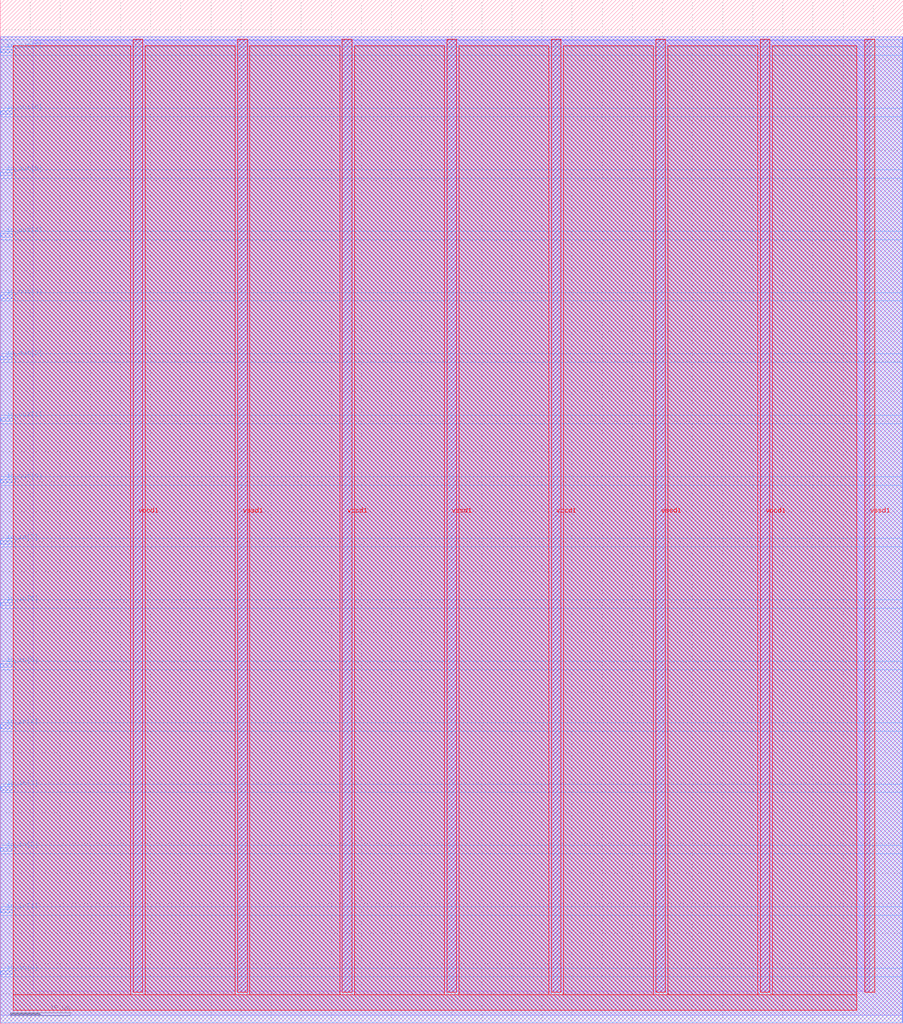
<source format=lef>
VERSION 5.7 ;
  NOWIREEXTENSIONATPIN ON ;
  DIVIDERCHAR "/" ;
  BUSBITCHARS "[]" ;
MACRO jmw95_top
  CLASS BLOCK ;
  FOREIGN jmw95_top ;
  ORIGIN 0.000 0.000 ;
  SIZE 150.000 BY 170.000 ;
  PIN io_in[0]
    DIRECTION INPUT ;
    USE SIGNAL ;
    PORT
      LAYER met3 ;
        RECT 0.000 8.200 2.000 8.800 ;
    END
  END io_in[0]
  PIN io_in[1]
    DIRECTION INPUT ;
    USE SIGNAL ;
    PORT
      LAYER met3 ;
        RECT 0.000 18.400 2.000 19.000 ;
    END
  END io_in[1]
  PIN io_in[2]
    DIRECTION INPUT ;
    USE SIGNAL ;
    PORT
      LAYER met3 ;
        RECT 0.000 28.600 2.000 29.200 ;
    END
  END io_in[2]
  PIN io_in[3]
    DIRECTION INPUT ;
    USE SIGNAL ;
    PORT
      LAYER met3 ;
        RECT 0.000 38.800 2.000 39.400 ;
    END
  END io_in[3]
  PIN io_in[4]
    DIRECTION INPUT ;
    USE SIGNAL ;
    PORT
      LAYER met3 ;
        RECT 0.000 49.000 2.000 49.600 ;
    END
  END io_in[4]
  PIN io_in[5]
    DIRECTION INPUT ;
    USE SIGNAL ;
    PORT
      LAYER met3 ;
        RECT 0.000 59.200 2.000 59.800 ;
    END
  END io_in[5]
  PIN io_in[6]
    DIRECTION INPUT ;
    USE SIGNAL ;
    PORT
      LAYER met3 ;
        RECT 0.000 69.400 2.000 70.000 ;
    END
  END io_in[6]
  PIN io_in[7]
    DIRECTION INPUT ;
    USE SIGNAL ;
    PORT
      LAYER met3 ;
        RECT 0.000 79.600 2.000 80.200 ;
    END
  END io_in[7]
  PIN io_out[0]
    DIRECTION OUTPUT TRISTATE ;
    USE SIGNAL ;
    PORT
      LAYER met3 ;
        RECT 0.000 89.800 2.000 90.400 ;
    END
  END io_out[0]
  PIN io_out[1]
    DIRECTION OUTPUT TRISTATE ;
    USE SIGNAL ;
    PORT
      LAYER met3 ;
        RECT 0.000 100.000 2.000 100.600 ;
    END
  END io_out[1]
  PIN io_out[2]
    DIRECTION OUTPUT TRISTATE ;
    USE SIGNAL ;
    PORT
      LAYER met3 ;
        RECT 0.000 110.200 2.000 110.800 ;
    END
  END io_out[2]
  PIN io_out[3]
    DIRECTION OUTPUT TRISTATE ;
    USE SIGNAL ;
    PORT
      LAYER met3 ;
        RECT 0.000 120.400 2.000 121.000 ;
    END
  END io_out[3]
  PIN io_out[4]
    DIRECTION OUTPUT TRISTATE ;
    USE SIGNAL ;
    PORT
      LAYER met3 ;
        RECT 0.000 130.600 2.000 131.200 ;
    END
  END io_out[4]
  PIN io_out[5]
    DIRECTION OUTPUT TRISTATE ;
    USE SIGNAL ;
    PORT
      LAYER met3 ;
        RECT 0.000 140.800 2.000 141.400 ;
    END
  END io_out[5]
  PIN io_out[6]
    DIRECTION OUTPUT TRISTATE ;
    USE SIGNAL ;
    PORT
      LAYER met3 ;
        RECT 0.000 151.000 2.000 151.600 ;
    END
  END io_out[6]
  PIN io_out[7]
    DIRECTION OUTPUT TRISTATE ;
    USE SIGNAL ;
    PORT
      LAYER met3 ;
        RECT 0.000 161.200 2.000 161.800 ;
    END
  END io_out[7]
  PIN vccd1
    DIRECTION INOUT ;
    USE POWER ;
    PORT
      LAYER met4 ;
        RECT 22.085 5.200 23.685 163.440 ;
    END
    PORT
      LAYER met4 ;
        RECT 56.815 5.200 58.415 163.440 ;
    END
    PORT
      LAYER met4 ;
        RECT 91.545 5.200 93.145 163.440 ;
    END
    PORT
      LAYER met4 ;
        RECT 126.275 5.200 127.875 163.440 ;
    END
  END vccd1
  PIN vssd1
    DIRECTION INOUT ;
    USE GROUND ;
    PORT
      LAYER met4 ;
        RECT 39.450 5.200 41.050 163.440 ;
    END
    PORT
      LAYER met4 ;
        RECT 74.180 5.200 75.780 163.440 ;
    END
    PORT
      LAYER met4 ;
        RECT 108.910 5.200 110.510 163.440 ;
    END
    PORT
      LAYER met4 ;
        RECT 143.640 5.200 145.240 163.440 ;
    END
  END vssd1
  OBS
      LAYER li1 ;
        RECT 5.520 5.355 144.440 163.285 ;
      LAYER met1 ;
        RECT 0.070 1.400 149.890 163.840 ;
      LAYER met2 ;
        RECT 0.090 0.155 149.870 163.870 ;
      LAYER met3 ;
        RECT 0.065 162.200 149.895 163.365 ;
        RECT 2.400 160.800 149.895 162.200 ;
        RECT 0.065 152.000 149.895 160.800 ;
        RECT 2.400 150.600 149.895 152.000 ;
        RECT 0.065 141.800 149.895 150.600 ;
        RECT 2.400 140.400 149.895 141.800 ;
        RECT 0.065 131.600 149.895 140.400 ;
        RECT 2.400 130.200 149.895 131.600 ;
        RECT 0.065 121.400 149.895 130.200 ;
        RECT 2.400 120.000 149.895 121.400 ;
        RECT 0.065 111.200 149.895 120.000 ;
        RECT 2.400 109.800 149.895 111.200 ;
        RECT 0.065 101.000 149.895 109.800 ;
        RECT 2.400 99.600 149.895 101.000 ;
        RECT 0.065 90.800 149.895 99.600 ;
        RECT 2.400 89.400 149.895 90.800 ;
        RECT 0.065 80.600 149.895 89.400 ;
        RECT 2.400 79.200 149.895 80.600 ;
        RECT 0.065 70.400 149.895 79.200 ;
        RECT 2.400 69.000 149.895 70.400 ;
        RECT 0.065 60.200 149.895 69.000 ;
        RECT 2.400 58.800 149.895 60.200 ;
        RECT 0.065 50.000 149.895 58.800 ;
        RECT 2.400 48.600 149.895 50.000 ;
        RECT 0.065 39.800 149.895 48.600 ;
        RECT 2.400 38.400 149.895 39.800 ;
        RECT 0.065 29.600 149.895 38.400 ;
        RECT 2.400 28.200 149.895 29.600 ;
        RECT 0.065 19.400 149.895 28.200 ;
        RECT 2.400 18.000 149.895 19.400 ;
        RECT 0.065 9.200 149.895 18.000 ;
        RECT 2.400 7.800 149.895 9.200 ;
        RECT 0.065 0.175 149.895 7.800 ;
      LAYER met4 ;
        RECT 2.135 4.800 21.685 162.345 ;
        RECT 24.085 4.800 39.050 162.345 ;
        RECT 41.450 4.800 56.415 162.345 ;
        RECT 58.815 4.800 73.780 162.345 ;
        RECT 76.180 4.800 91.145 162.345 ;
        RECT 93.545 4.800 108.510 162.345 ;
        RECT 110.910 4.800 125.875 162.345 ;
        RECT 128.275 4.800 142.305 162.345 ;
        RECT 2.135 2.215 142.305 4.800 ;
  END
END jmw95_top
END LIBRARY


</source>
